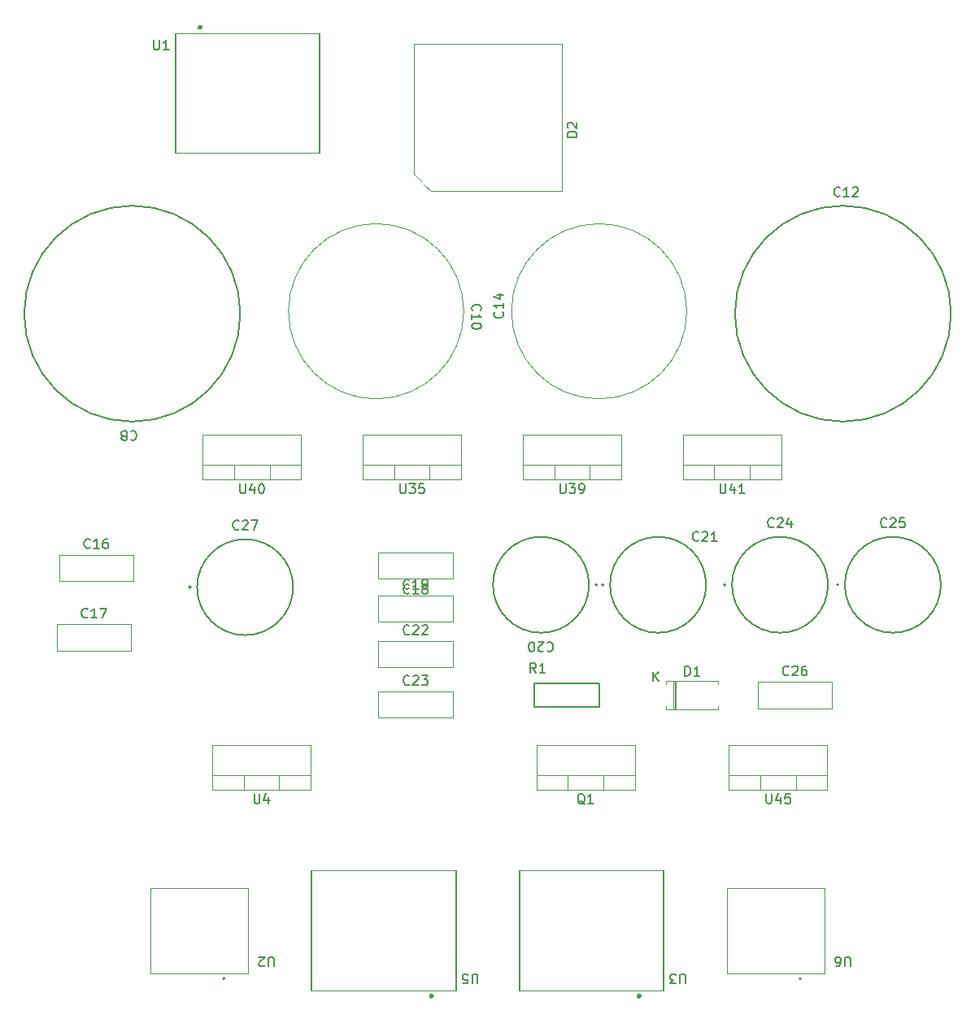
<source format=gbr>
%TF.GenerationSoftware,KiCad,Pcbnew,(6.0.0)*%
%TF.CreationDate,2022-01-23T17:01:15-03:00*%
%TF.ProjectId,Circuito fuente,43697263-7569-4746-9f20-6675656e7465,V02*%
%TF.SameCoordinates,Original*%
%TF.FileFunction,Legend,Top*%
%TF.FilePolarity,Positive*%
%FSLAX46Y46*%
G04 Gerber Fmt 4.6, Leading zero omitted, Abs format (unit mm)*
G04 Created by KiCad (PCBNEW (6.0.0)) date 2022-01-23 17:01:15*
%MOMM*%
%LPD*%
G01*
G04 APERTURE LIST*
%ADD10C,0.150000*%
%ADD11C,0.120000*%
%ADD12C,0.127000*%
%ADD13C,0.500000*%
%ADD14C,0.100000*%
%ADD15C,0.200000*%
G04 APERTURE END LIST*
D10*
%TO.C,U3*%
X168571404Y-126297619D02*
X168571404Y-125488095D01*
X168523785Y-125392857D01*
X168476166Y-125345238D01*
X168380928Y-125297619D01*
X168190452Y-125297619D01*
X168095214Y-125345238D01*
X168047595Y-125392857D01*
X167999976Y-125488095D01*
X167999976Y-126297619D01*
X167619023Y-126297619D02*
X166999976Y-126297619D01*
X167333309Y-125916666D01*
X167190452Y-125916666D01*
X167095214Y-125869047D01*
X167047595Y-125821428D01*
X166999976Y-125726190D01*
X166999976Y-125488095D01*
X167047595Y-125392857D01*
X167095214Y-125345238D01*
X167190452Y-125297619D01*
X167476166Y-125297619D01*
X167571404Y-125345238D01*
X167619023Y-125392857D01*
%TO.C,U5*%
X146952404Y-126297619D02*
X146952404Y-125488095D01*
X146904785Y-125392857D01*
X146857166Y-125345238D01*
X146761928Y-125297619D01*
X146571452Y-125297619D01*
X146476214Y-125345238D01*
X146428595Y-125392857D01*
X146380976Y-125488095D01*
X146380976Y-126297619D01*
X145428595Y-126297619D02*
X145904785Y-126297619D01*
X145952404Y-125821428D01*
X145904785Y-125869047D01*
X145809547Y-125916666D01*
X145571452Y-125916666D01*
X145476214Y-125869047D01*
X145428595Y-125821428D01*
X145380976Y-125726190D01*
X145380976Y-125488095D01*
X145428595Y-125392857D01*
X145476214Y-125345238D01*
X145571452Y-125297619D01*
X145809547Y-125297619D01*
X145904785Y-125345238D01*
X145952404Y-125392857D01*
%TO.C,C14*%
X149551474Y-56324857D02*
X149599093Y-56372476D01*
X149646712Y-56515333D01*
X149646712Y-56610571D01*
X149599093Y-56753428D01*
X149503855Y-56848666D01*
X149408617Y-56896285D01*
X149218141Y-56943904D01*
X149075284Y-56943904D01*
X148884808Y-56896285D01*
X148789570Y-56848666D01*
X148694332Y-56753428D01*
X148646712Y-56610571D01*
X148646712Y-56515333D01*
X148694332Y-56372476D01*
X148741951Y-56324857D01*
X149646712Y-55372476D02*
X149646712Y-55943904D01*
X149646712Y-55658190D02*
X148646712Y-55658190D01*
X148789570Y-55753428D01*
X148884808Y-55848666D01*
X148932427Y-55943904D01*
X148980046Y-54515333D02*
X149646712Y-54515333D01*
X148599093Y-54753428D02*
X149313379Y-54991523D01*
X149313379Y-54372476D01*
%TO.C,C10*%
X146448523Y-56175142D02*
X146400904Y-56127523D01*
X146353285Y-55984666D01*
X146353285Y-55889428D01*
X146400904Y-55746571D01*
X146496142Y-55651333D01*
X146591380Y-55603714D01*
X146781856Y-55556095D01*
X146924713Y-55556095D01*
X147115189Y-55603714D01*
X147210427Y-55651333D01*
X147305666Y-55746571D01*
X147353285Y-55889428D01*
X147353285Y-55984666D01*
X147305666Y-56127523D01*
X147258046Y-56175142D01*
X146353285Y-57127523D02*
X146353285Y-56556095D01*
X146353285Y-56841809D02*
X147353285Y-56841809D01*
X147210427Y-56746571D01*
X147115189Y-56651333D01*
X147067570Y-56556095D01*
X147353285Y-57746571D02*
X147353285Y-57841809D01*
X147305666Y-57937047D01*
X147258046Y-57984666D01*
X147162808Y-58032285D01*
X146972332Y-58079904D01*
X146734237Y-58079904D01*
X146543761Y-58032285D01*
X146448523Y-57984666D01*
X146400904Y-57937047D01*
X146353285Y-57841809D01*
X146353285Y-57746571D01*
X146400904Y-57651333D01*
X146448523Y-57603714D01*
X146543761Y-57556095D01*
X146734237Y-57508476D01*
X146972332Y-57508476D01*
X147162808Y-57556095D01*
X147258046Y-57603714D01*
X147305666Y-57651333D01*
X147353285Y-57746571D01*
%TO.C,R1*%
X153035333Y-93908380D02*
X152702000Y-93432190D01*
X152463904Y-93908380D02*
X152463904Y-92908380D01*
X152844857Y-92908380D01*
X152940095Y-92956000D01*
X152987714Y-93003619D01*
X153035333Y-93098857D01*
X153035333Y-93241714D01*
X152987714Y-93336952D01*
X152940095Y-93384571D01*
X152844857Y-93432190D01*
X152463904Y-93432190D01*
X153987714Y-93908380D02*
X153416285Y-93908380D01*
X153702000Y-93908380D02*
X153702000Y-92908380D01*
X153606761Y-93051238D01*
X153511523Y-93146476D01*
X153416285Y-93194095D01*
%TO.C,C24*%
X177800392Y-78687142D02*
X177752773Y-78734761D01*
X177609916Y-78782380D01*
X177514678Y-78782380D01*
X177371821Y-78734761D01*
X177276583Y-78639523D01*
X177228964Y-78544285D01*
X177181345Y-78353809D01*
X177181345Y-78210952D01*
X177228964Y-78020476D01*
X177276583Y-77925238D01*
X177371821Y-77830000D01*
X177514678Y-77782380D01*
X177609916Y-77782380D01*
X177752773Y-77830000D01*
X177800392Y-77877619D01*
X178181345Y-77877619D02*
X178228964Y-77830000D01*
X178324202Y-77782380D01*
X178562297Y-77782380D01*
X178657535Y-77830000D01*
X178705154Y-77877619D01*
X178752773Y-77972857D01*
X178752773Y-78068095D01*
X178705154Y-78210952D01*
X178133726Y-78782380D01*
X178752773Y-78782380D01*
X179609916Y-78115714D02*
X179609916Y-78782380D01*
X179371821Y-77734761D02*
X179133726Y-78449047D01*
X179752773Y-78449047D01*
%TO.C,C21*%
X169970642Y-80107142D02*
X169923023Y-80154761D01*
X169780166Y-80202380D01*
X169684928Y-80202380D01*
X169542071Y-80154761D01*
X169446833Y-80059523D01*
X169399214Y-79964285D01*
X169351595Y-79773809D01*
X169351595Y-79630952D01*
X169399214Y-79440476D01*
X169446833Y-79345238D01*
X169542071Y-79250000D01*
X169684928Y-79202380D01*
X169780166Y-79202380D01*
X169923023Y-79250000D01*
X169970642Y-79297619D01*
X170351595Y-79297619D02*
X170399214Y-79250000D01*
X170494452Y-79202380D01*
X170732547Y-79202380D01*
X170827785Y-79250000D01*
X170875404Y-79297619D01*
X170923023Y-79392857D01*
X170923023Y-79488095D01*
X170875404Y-79630952D01*
X170303976Y-80202380D01*
X170923023Y-80202380D01*
X171875404Y-80202380D02*
X171303976Y-80202380D01*
X171589690Y-80202380D02*
X171589690Y-79202380D01*
X171494452Y-79345238D01*
X171399214Y-79440476D01*
X171303976Y-79488095D01*
%TO.C,C20*%
X154199607Y-90812857D02*
X154247226Y-90765238D01*
X154390083Y-90717619D01*
X154485321Y-90717619D01*
X154628178Y-90765238D01*
X154723416Y-90860476D01*
X154771035Y-90955714D01*
X154818654Y-91146190D01*
X154818654Y-91289047D01*
X154771035Y-91479523D01*
X154723416Y-91574761D01*
X154628178Y-91670000D01*
X154485321Y-91717619D01*
X154390083Y-91717619D01*
X154247226Y-91670000D01*
X154199607Y-91622380D01*
X153818654Y-91622380D02*
X153771035Y-91670000D01*
X153675797Y-91717619D01*
X153437702Y-91717619D01*
X153342464Y-91670000D01*
X153294845Y-91622380D01*
X153247226Y-91527142D01*
X153247226Y-91431904D01*
X153294845Y-91289047D01*
X153866273Y-90717619D01*
X153247226Y-90717619D01*
X152628178Y-91717619D02*
X152532940Y-91717619D01*
X152437702Y-91670000D01*
X152390083Y-91622380D01*
X152342464Y-91527142D01*
X152294845Y-91336666D01*
X152294845Y-91098571D01*
X152342464Y-90908095D01*
X152390083Y-90812857D01*
X152437702Y-90765238D01*
X152532940Y-90717619D01*
X152628178Y-90717619D01*
X152723416Y-90765238D01*
X152771035Y-90812857D01*
X152818654Y-90908095D01*
X152866273Y-91098571D01*
X152866273Y-91336666D01*
X152818654Y-91527142D01*
X152771035Y-91622380D01*
X152723416Y-91670000D01*
X152628178Y-91717619D01*
%TO.C,U2*%
X125761904Y-124527272D02*
X125761904Y-123717748D01*
X125714285Y-123622510D01*
X125666666Y-123574891D01*
X125571428Y-123527272D01*
X125380952Y-123527272D01*
X125285714Y-123574891D01*
X125238095Y-123622510D01*
X125190476Y-123717748D01*
X125190476Y-124527272D01*
X124761904Y-124432033D02*
X124714285Y-124479653D01*
X124619047Y-124527272D01*
X124380952Y-124527272D01*
X124285714Y-124479653D01*
X124238095Y-124432033D01*
X124190476Y-124336795D01*
X124190476Y-124241557D01*
X124238095Y-124098700D01*
X124809523Y-123527272D01*
X124190476Y-123527272D01*
%TO.C,U6*%
X185761904Y-124527272D02*
X185761904Y-123717748D01*
X185714285Y-123622510D01*
X185666666Y-123574891D01*
X185571428Y-123527272D01*
X185380952Y-123527272D01*
X185285714Y-123574891D01*
X185238095Y-123622510D01*
X185190476Y-123717748D01*
X185190476Y-124527272D01*
X184285714Y-124527272D02*
X184476190Y-124527272D01*
X184571428Y-124479653D01*
X184619047Y-124432033D01*
X184714285Y-124289176D01*
X184761904Y-124098700D01*
X184761904Y-123717748D01*
X184714285Y-123622510D01*
X184666666Y-123574891D01*
X184571428Y-123527272D01*
X184380952Y-123527272D01*
X184285714Y-123574891D01*
X184238095Y-123622510D01*
X184190476Y-123717748D01*
X184190476Y-123955843D01*
X184238095Y-124051081D01*
X184285714Y-124098700D01*
X184380952Y-124146319D01*
X184571428Y-124146319D01*
X184666666Y-124098700D01*
X184714285Y-124051081D01*
X184761904Y-123955843D01*
%TO.C,U45*%
X177011904Y-106527380D02*
X177011904Y-107336904D01*
X177059523Y-107432142D01*
X177107142Y-107479761D01*
X177202380Y-107527380D01*
X177392857Y-107527380D01*
X177488095Y-107479761D01*
X177535714Y-107432142D01*
X177583333Y-107336904D01*
X177583333Y-106527380D01*
X178488095Y-106860714D02*
X178488095Y-107527380D01*
X178250000Y-106479761D02*
X178011904Y-107194047D01*
X178630952Y-107194047D01*
X179488095Y-106527380D02*
X179011904Y-106527380D01*
X178964285Y-107003571D01*
X179011904Y-106955952D01*
X179107142Y-106908333D01*
X179345238Y-106908333D01*
X179440476Y-106955952D01*
X179488095Y-107003571D01*
X179535714Y-107098809D01*
X179535714Y-107336904D01*
X179488095Y-107432142D01*
X179440476Y-107479761D01*
X179345238Y-107527380D01*
X179107142Y-107527380D01*
X179011904Y-107479761D01*
X178964285Y-107432142D01*
%TO.C,U41*%
X172221904Y-74222380D02*
X172221904Y-75031904D01*
X172269523Y-75127142D01*
X172317142Y-75174761D01*
X172412380Y-75222380D01*
X172602857Y-75222380D01*
X172698095Y-75174761D01*
X172745714Y-75127142D01*
X172793333Y-75031904D01*
X172793333Y-74222380D01*
X173698095Y-74555714D02*
X173698095Y-75222380D01*
X173460000Y-74174761D02*
X173221904Y-74889047D01*
X173840952Y-74889047D01*
X174745714Y-75222380D02*
X174174285Y-75222380D01*
X174460000Y-75222380D02*
X174460000Y-74222380D01*
X174364761Y-74365238D01*
X174269523Y-74460476D01*
X174174285Y-74508095D01*
%TO.C,U40*%
X122221904Y-74222380D02*
X122221904Y-75031904D01*
X122269523Y-75127142D01*
X122317142Y-75174761D01*
X122412380Y-75222380D01*
X122602857Y-75222380D01*
X122698095Y-75174761D01*
X122745714Y-75127142D01*
X122793333Y-75031904D01*
X122793333Y-74222380D01*
X123698095Y-74555714D02*
X123698095Y-75222380D01*
X123460000Y-74174761D02*
X123221904Y-74889047D01*
X123840952Y-74889047D01*
X124412380Y-74222380D02*
X124507619Y-74222380D01*
X124602857Y-74270000D01*
X124650476Y-74317619D01*
X124698095Y-74412857D01*
X124745714Y-74603333D01*
X124745714Y-74841428D01*
X124698095Y-75031904D01*
X124650476Y-75127142D01*
X124602857Y-75174761D01*
X124507619Y-75222380D01*
X124412380Y-75222380D01*
X124317142Y-75174761D01*
X124269523Y-75127142D01*
X124221904Y-75031904D01*
X124174285Y-74841428D01*
X124174285Y-74603333D01*
X124221904Y-74412857D01*
X124269523Y-74317619D01*
X124317142Y-74270000D01*
X124412380Y-74222380D01*
%TO.C,U39*%
X155555236Y-74222380D02*
X155555236Y-75031904D01*
X155602855Y-75127142D01*
X155650474Y-75174761D01*
X155745712Y-75222380D01*
X155936189Y-75222380D01*
X156031427Y-75174761D01*
X156079046Y-75127142D01*
X156126665Y-75031904D01*
X156126665Y-74222380D01*
X156507617Y-74222380D02*
X157126665Y-74222380D01*
X156793332Y-74603333D01*
X156936189Y-74603333D01*
X157031427Y-74650952D01*
X157079046Y-74698571D01*
X157126665Y-74793809D01*
X157126665Y-75031904D01*
X157079046Y-75127142D01*
X157031427Y-75174761D01*
X156936189Y-75222380D01*
X156650474Y-75222380D01*
X156555236Y-75174761D01*
X156507617Y-75127142D01*
X157602855Y-75222380D02*
X157793332Y-75222380D01*
X157888570Y-75174761D01*
X157936189Y-75127142D01*
X158031427Y-74984285D01*
X158079046Y-74793809D01*
X158079046Y-74412857D01*
X158031427Y-74317619D01*
X157983808Y-74270000D01*
X157888570Y-74222380D01*
X157698093Y-74222380D01*
X157602855Y-74270000D01*
X157555236Y-74317619D01*
X157507617Y-74412857D01*
X157507617Y-74650952D01*
X157555236Y-74746190D01*
X157602855Y-74793809D01*
X157698093Y-74841428D01*
X157888570Y-74841428D01*
X157983808Y-74793809D01*
X158031427Y-74746190D01*
X158079046Y-74650952D01*
%TO.C,U35*%
X138888570Y-74222380D02*
X138888570Y-75031904D01*
X138936189Y-75127142D01*
X138983808Y-75174761D01*
X139079046Y-75222380D01*
X139269523Y-75222380D01*
X139364761Y-75174761D01*
X139412380Y-75127142D01*
X139459999Y-75031904D01*
X139459999Y-74222380D01*
X139840951Y-74222380D02*
X140459999Y-74222380D01*
X140126666Y-74603333D01*
X140269523Y-74603333D01*
X140364761Y-74650952D01*
X140412380Y-74698571D01*
X140459999Y-74793809D01*
X140459999Y-75031904D01*
X140412380Y-75127142D01*
X140364761Y-75174761D01*
X140269523Y-75222380D01*
X139983808Y-75222380D01*
X139888570Y-75174761D01*
X139840951Y-75127142D01*
X141364761Y-74222380D02*
X140888570Y-74222380D01*
X140840951Y-74698571D01*
X140888570Y-74650952D01*
X140983808Y-74603333D01*
X141221904Y-74603333D01*
X141317142Y-74650952D01*
X141364761Y-74698571D01*
X141412380Y-74793809D01*
X141412380Y-75031904D01*
X141364761Y-75127142D01*
X141317142Y-75174761D01*
X141221904Y-75222380D01*
X140983808Y-75222380D01*
X140888570Y-75174761D01*
X140840951Y-75127142D01*
%TO.C,U4*%
X123698095Y-106527380D02*
X123698095Y-107336904D01*
X123745714Y-107432142D01*
X123793333Y-107479761D01*
X123888571Y-107527380D01*
X124079047Y-107527380D01*
X124174285Y-107479761D01*
X124221904Y-107432142D01*
X124269523Y-107336904D01*
X124269523Y-106527380D01*
X125174285Y-106860714D02*
X125174285Y-107527380D01*
X124936190Y-106479761D02*
X124698095Y-107194047D01*
X125317142Y-107194047D01*
%TO.C,U1*%
X113238095Y-28002380D02*
X113238095Y-28811904D01*
X113285714Y-28907142D01*
X113333333Y-28954761D01*
X113428571Y-29002380D01*
X113619047Y-29002380D01*
X113714285Y-28954761D01*
X113761904Y-28907142D01*
X113809523Y-28811904D01*
X113809523Y-28002380D01*
X114809523Y-29002380D02*
X114238095Y-29002380D01*
X114523809Y-29002380D02*
X114523809Y-28002380D01*
X114428571Y-28145238D01*
X114333333Y-28240476D01*
X114238095Y-28288095D01*
%TO.C,Q1*%
X158114761Y-107622619D02*
X158019523Y-107575000D01*
X157924285Y-107479761D01*
X157781428Y-107336904D01*
X157686190Y-107289285D01*
X157590952Y-107289285D01*
X157638571Y-107527380D02*
X157543333Y-107479761D01*
X157448095Y-107384523D01*
X157400476Y-107194047D01*
X157400476Y-106860714D01*
X157448095Y-106670238D01*
X157543333Y-106575000D01*
X157638571Y-106527380D01*
X157829047Y-106527380D01*
X157924285Y-106575000D01*
X158019523Y-106670238D01*
X158067142Y-106860714D01*
X158067142Y-107194047D01*
X158019523Y-107384523D01*
X157924285Y-107479761D01*
X157829047Y-107527380D01*
X157638571Y-107527380D01*
X159019523Y-107527380D02*
X158448095Y-107527380D01*
X158733809Y-107527380D02*
X158733809Y-106527380D01*
X158638571Y-106670238D01*
X158543333Y-106765476D01*
X158448095Y-106813095D01*
%TO.C,D2*%
X157302380Y-38088095D02*
X156302380Y-38088095D01*
X156302380Y-37850000D01*
X156350000Y-37707142D01*
X156445238Y-37611904D01*
X156540476Y-37564285D01*
X156730952Y-37516666D01*
X156873809Y-37516666D01*
X157064285Y-37564285D01*
X157159523Y-37611904D01*
X157254761Y-37707142D01*
X157302380Y-37850000D01*
X157302380Y-38088095D01*
X156397619Y-37135714D02*
X156350000Y-37088095D01*
X156302380Y-36992857D01*
X156302380Y-36754761D01*
X156350000Y-36659523D01*
X156397619Y-36611904D01*
X156492857Y-36564285D01*
X156588095Y-36564285D01*
X156730952Y-36611904D01*
X157302380Y-37183333D01*
X157302380Y-36564285D01*
%TO.C,D1*%
X168561904Y-94232380D02*
X168561904Y-93232380D01*
X168800000Y-93232380D01*
X168942857Y-93280000D01*
X169038095Y-93375238D01*
X169085714Y-93470476D01*
X169133333Y-93660952D01*
X169133333Y-93803809D01*
X169085714Y-93994285D01*
X169038095Y-94089523D01*
X168942857Y-94184761D01*
X168800000Y-94232380D01*
X168561904Y-94232380D01*
X170085714Y-94232380D02*
X169514285Y-94232380D01*
X169800000Y-94232380D02*
X169800000Y-93232380D01*
X169704761Y-93375238D01*
X169609523Y-93470476D01*
X169514285Y-93518095D01*
X165228095Y-94802380D02*
X165228095Y-93802380D01*
X165799523Y-94802380D02*
X165370952Y-94230952D01*
X165799523Y-93802380D02*
X165228095Y-94373809D01*
%TO.C,C27*%
X122107142Y-78937142D02*
X122059523Y-78984761D01*
X121916666Y-79032380D01*
X121821428Y-79032380D01*
X121678571Y-78984761D01*
X121583333Y-78889523D01*
X121535714Y-78794285D01*
X121488095Y-78603809D01*
X121488095Y-78460952D01*
X121535714Y-78270476D01*
X121583333Y-78175238D01*
X121678571Y-78080000D01*
X121821428Y-78032380D01*
X121916666Y-78032380D01*
X122059523Y-78080000D01*
X122107142Y-78127619D01*
X122488095Y-78127619D02*
X122535714Y-78080000D01*
X122630952Y-78032380D01*
X122869047Y-78032380D01*
X122964285Y-78080000D01*
X123011904Y-78127619D01*
X123059523Y-78222857D01*
X123059523Y-78318095D01*
X123011904Y-78460952D01*
X122440476Y-79032380D01*
X123059523Y-79032380D01*
X123392857Y-78032380D02*
X124059523Y-78032380D01*
X123630952Y-79032380D01*
%TO.C,C26*%
X179357142Y-94107142D02*
X179309523Y-94154761D01*
X179166666Y-94202380D01*
X179071428Y-94202380D01*
X178928571Y-94154761D01*
X178833333Y-94059523D01*
X178785714Y-93964285D01*
X178738095Y-93773809D01*
X178738095Y-93630952D01*
X178785714Y-93440476D01*
X178833333Y-93345238D01*
X178928571Y-93250000D01*
X179071428Y-93202380D01*
X179166666Y-93202380D01*
X179309523Y-93250000D01*
X179357142Y-93297619D01*
X179738095Y-93297619D02*
X179785714Y-93250000D01*
X179880952Y-93202380D01*
X180119047Y-93202380D01*
X180214285Y-93250000D01*
X180261904Y-93297619D01*
X180309523Y-93392857D01*
X180309523Y-93488095D01*
X180261904Y-93630952D01*
X179690476Y-94202380D01*
X180309523Y-94202380D01*
X181166666Y-93202380D02*
X180976190Y-93202380D01*
X180880952Y-93250000D01*
X180833333Y-93297619D01*
X180738095Y-93440476D01*
X180690476Y-93630952D01*
X180690476Y-94011904D01*
X180738095Y-94107142D01*
X180785714Y-94154761D01*
X180880952Y-94202380D01*
X181071428Y-94202380D01*
X181166666Y-94154761D01*
X181214285Y-94107142D01*
X181261904Y-94011904D01*
X181261904Y-93773809D01*
X181214285Y-93678571D01*
X181166666Y-93630952D01*
X181071428Y-93583333D01*
X180880952Y-93583333D01*
X180785714Y-93630952D01*
X180738095Y-93678571D01*
X180690476Y-93773809D01*
%TO.C,C25*%
X189550392Y-78687142D02*
X189502773Y-78734761D01*
X189359916Y-78782380D01*
X189264678Y-78782380D01*
X189121821Y-78734761D01*
X189026583Y-78639523D01*
X188978964Y-78544285D01*
X188931345Y-78353809D01*
X188931345Y-78210952D01*
X188978964Y-78020476D01*
X189026583Y-77925238D01*
X189121821Y-77830000D01*
X189264678Y-77782380D01*
X189359916Y-77782380D01*
X189502773Y-77830000D01*
X189550392Y-77877619D01*
X189931345Y-77877619D02*
X189978964Y-77830000D01*
X190074202Y-77782380D01*
X190312297Y-77782380D01*
X190407535Y-77830000D01*
X190455154Y-77877619D01*
X190502773Y-77972857D01*
X190502773Y-78068095D01*
X190455154Y-78210952D01*
X189883726Y-78782380D01*
X190502773Y-78782380D01*
X191407535Y-77782380D02*
X190931345Y-77782380D01*
X190883726Y-78258571D01*
X190931345Y-78210952D01*
X191026583Y-78163333D01*
X191264678Y-78163333D01*
X191359916Y-78210952D01*
X191407535Y-78258571D01*
X191455154Y-78353809D01*
X191455154Y-78591904D01*
X191407535Y-78687142D01*
X191359916Y-78734761D01*
X191264678Y-78782380D01*
X191026583Y-78782380D01*
X190931345Y-78734761D01*
X190883726Y-78687142D01*
%TO.C,C23*%
X139857142Y-95107142D02*
X139809523Y-95154761D01*
X139666666Y-95202380D01*
X139571428Y-95202380D01*
X139428571Y-95154761D01*
X139333333Y-95059523D01*
X139285714Y-94964285D01*
X139238095Y-94773809D01*
X139238095Y-94630952D01*
X139285714Y-94440476D01*
X139333333Y-94345238D01*
X139428571Y-94250000D01*
X139571428Y-94202380D01*
X139666666Y-94202380D01*
X139809523Y-94250000D01*
X139857142Y-94297619D01*
X140238095Y-94297619D02*
X140285714Y-94250000D01*
X140380952Y-94202380D01*
X140619047Y-94202380D01*
X140714285Y-94250000D01*
X140761904Y-94297619D01*
X140809523Y-94392857D01*
X140809523Y-94488095D01*
X140761904Y-94630952D01*
X140190476Y-95202380D01*
X140809523Y-95202380D01*
X141142857Y-94202380D02*
X141761904Y-94202380D01*
X141428571Y-94583333D01*
X141571428Y-94583333D01*
X141666666Y-94630952D01*
X141714285Y-94678571D01*
X141761904Y-94773809D01*
X141761904Y-95011904D01*
X141714285Y-95107142D01*
X141666666Y-95154761D01*
X141571428Y-95202380D01*
X141285714Y-95202380D01*
X141190476Y-95154761D01*
X141142857Y-95107142D01*
%TO.C,C22*%
X139857142Y-89857142D02*
X139809523Y-89904761D01*
X139666666Y-89952380D01*
X139571428Y-89952380D01*
X139428571Y-89904761D01*
X139333333Y-89809523D01*
X139285714Y-89714285D01*
X139238095Y-89523809D01*
X139238095Y-89380952D01*
X139285714Y-89190476D01*
X139333333Y-89095238D01*
X139428571Y-89000000D01*
X139571428Y-88952380D01*
X139666666Y-88952380D01*
X139809523Y-89000000D01*
X139857142Y-89047619D01*
X140238095Y-89047619D02*
X140285714Y-89000000D01*
X140380952Y-88952380D01*
X140619047Y-88952380D01*
X140714285Y-89000000D01*
X140761904Y-89047619D01*
X140809523Y-89142857D01*
X140809523Y-89238095D01*
X140761904Y-89380952D01*
X140190476Y-89952380D01*
X140809523Y-89952380D01*
X141190476Y-89047619D02*
X141238095Y-89000000D01*
X141333333Y-88952380D01*
X141571428Y-88952380D01*
X141666666Y-89000000D01*
X141714285Y-89047619D01*
X141761904Y-89142857D01*
X141761904Y-89238095D01*
X141714285Y-89380952D01*
X141142857Y-89952380D01*
X141761904Y-89952380D01*
%TO.C,C19*%
X139857142Y-85107142D02*
X139809523Y-85154761D01*
X139666666Y-85202380D01*
X139571428Y-85202380D01*
X139428571Y-85154761D01*
X139333333Y-85059523D01*
X139285714Y-84964285D01*
X139238095Y-84773809D01*
X139238095Y-84630952D01*
X139285714Y-84440476D01*
X139333333Y-84345238D01*
X139428571Y-84250000D01*
X139571428Y-84202380D01*
X139666666Y-84202380D01*
X139809523Y-84250000D01*
X139857142Y-84297619D01*
X140809523Y-85202380D02*
X140238095Y-85202380D01*
X140523809Y-85202380D02*
X140523809Y-84202380D01*
X140428571Y-84345238D01*
X140333333Y-84440476D01*
X140238095Y-84488095D01*
X141285714Y-85202380D02*
X141476190Y-85202380D01*
X141571428Y-85154761D01*
X141619047Y-85107142D01*
X141714285Y-84964285D01*
X141761904Y-84773809D01*
X141761904Y-84392857D01*
X141714285Y-84297619D01*
X141666666Y-84250000D01*
X141571428Y-84202380D01*
X141380952Y-84202380D01*
X141285714Y-84250000D01*
X141238095Y-84297619D01*
X141190476Y-84392857D01*
X141190476Y-84630952D01*
X141238095Y-84726190D01*
X141285714Y-84773809D01*
X141380952Y-84821428D01*
X141571428Y-84821428D01*
X141666666Y-84773809D01*
X141714285Y-84726190D01*
X141761904Y-84630952D01*
%TO.C,C18*%
X139857142Y-85607142D02*
X139809523Y-85654761D01*
X139666666Y-85702380D01*
X139571428Y-85702380D01*
X139428571Y-85654761D01*
X139333333Y-85559523D01*
X139285714Y-85464285D01*
X139238095Y-85273809D01*
X139238095Y-85130952D01*
X139285714Y-84940476D01*
X139333333Y-84845238D01*
X139428571Y-84750000D01*
X139571428Y-84702380D01*
X139666666Y-84702380D01*
X139809523Y-84750000D01*
X139857142Y-84797619D01*
X140809523Y-85702380D02*
X140238095Y-85702380D01*
X140523809Y-85702380D02*
X140523809Y-84702380D01*
X140428571Y-84845238D01*
X140333333Y-84940476D01*
X140238095Y-84988095D01*
X141380952Y-85130952D02*
X141285714Y-85083333D01*
X141238095Y-85035714D01*
X141190476Y-84940476D01*
X141190476Y-84892857D01*
X141238095Y-84797619D01*
X141285714Y-84750000D01*
X141380952Y-84702380D01*
X141571428Y-84702380D01*
X141666666Y-84750000D01*
X141714285Y-84797619D01*
X141761904Y-84892857D01*
X141761904Y-84940476D01*
X141714285Y-85035714D01*
X141666666Y-85083333D01*
X141571428Y-85130952D01*
X141380952Y-85130952D01*
X141285714Y-85178571D01*
X141238095Y-85226190D01*
X141190476Y-85321428D01*
X141190476Y-85511904D01*
X141238095Y-85607142D01*
X141285714Y-85654761D01*
X141380952Y-85702380D01*
X141571428Y-85702380D01*
X141666666Y-85654761D01*
X141714285Y-85607142D01*
X141761904Y-85511904D01*
X141761904Y-85321428D01*
X141714285Y-85226190D01*
X141666666Y-85178571D01*
X141571428Y-85130952D01*
%TO.C,C17*%
X106357142Y-88107142D02*
X106309523Y-88154761D01*
X106166666Y-88202380D01*
X106071428Y-88202380D01*
X105928571Y-88154761D01*
X105833333Y-88059523D01*
X105785714Y-87964285D01*
X105738095Y-87773809D01*
X105738095Y-87630952D01*
X105785714Y-87440476D01*
X105833333Y-87345238D01*
X105928571Y-87250000D01*
X106071428Y-87202380D01*
X106166666Y-87202380D01*
X106309523Y-87250000D01*
X106357142Y-87297619D01*
X107309523Y-88202380D02*
X106738095Y-88202380D01*
X107023809Y-88202380D02*
X107023809Y-87202380D01*
X106928571Y-87345238D01*
X106833333Y-87440476D01*
X106738095Y-87488095D01*
X107642857Y-87202380D02*
X108309523Y-87202380D01*
X107880952Y-88202380D01*
%TO.C,C16*%
X106607142Y-80857142D02*
X106559523Y-80904761D01*
X106416666Y-80952380D01*
X106321428Y-80952380D01*
X106178571Y-80904761D01*
X106083333Y-80809523D01*
X106035714Y-80714285D01*
X105988095Y-80523809D01*
X105988095Y-80380952D01*
X106035714Y-80190476D01*
X106083333Y-80095238D01*
X106178571Y-80000000D01*
X106321428Y-79952380D01*
X106416666Y-79952380D01*
X106559523Y-80000000D01*
X106607142Y-80047619D01*
X107559523Y-80952380D02*
X106988095Y-80952380D01*
X107273809Y-80952380D02*
X107273809Y-79952380D01*
X107178571Y-80095238D01*
X107083333Y-80190476D01*
X106988095Y-80238095D01*
X108416666Y-79952380D02*
X108226190Y-79952380D01*
X108130952Y-80000000D01*
X108083333Y-80047619D01*
X107988095Y-80190476D01*
X107940476Y-80380952D01*
X107940476Y-80761904D01*
X107988095Y-80857142D01*
X108035714Y-80904761D01*
X108130952Y-80952380D01*
X108321428Y-80952380D01*
X108416666Y-80904761D01*
X108464285Y-80857142D01*
X108511904Y-80761904D01*
X108511904Y-80523809D01*
X108464285Y-80428571D01*
X108416666Y-80380952D01*
X108321428Y-80333333D01*
X108130952Y-80333333D01*
X108035714Y-80380952D01*
X107988095Y-80428571D01*
X107940476Y-80523809D01*
%TO.C,C12*%
X184687142Y-44207142D02*
X184639523Y-44254761D01*
X184496666Y-44302380D01*
X184401428Y-44302380D01*
X184258571Y-44254761D01*
X184163333Y-44159523D01*
X184115714Y-44064285D01*
X184068095Y-43873809D01*
X184068095Y-43730952D01*
X184115714Y-43540476D01*
X184163333Y-43445238D01*
X184258571Y-43350000D01*
X184401428Y-43302380D01*
X184496666Y-43302380D01*
X184639523Y-43350000D01*
X184687142Y-43397619D01*
X185639523Y-44302380D02*
X185068095Y-44302380D01*
X185353809Y-44302380D02*
X185353809Y-43302380D01*
X185258571Y-43445238D01*
X185163333Y-43540476D01*
X185068095Y-43588095D01*
X186020476Y-43397619D02*
X186068095Y-43350000D01*
X186163333Y-43302380D01*
X186401428Y-43302380D01*
X186496666Y-43350000D01*
X186544285Y-43397619D01*
X186591904Y-43492857D01*
X186591904Y-43588095D01*
X186544285Y-43730952D01*
X185972857Y-44302380D01*
X186591904Y-44302380D01*
%TO.C,C8*%
X110836666Y-68792857D02*
X110884285Y-68745238D01*
X111027142Y-68697619D01*
X111122380Y-68697619D01*
X111265238Y-68745238D01*
X111360476Y-68840476D01*
X111408095Y-68935714D01*
X111455714Y-69126190D01*
X111455714Y-69269047D01*
X111408095Y-69459523D01*
X111360476Y-69554761D01*
X111265238Y-69650000D01*
X111122380Y-69697619D01*
X111027142Y-69697619D01*
X110884285Y-69650000D01*
X110836666Y-69602380D01*
X110265238Y-69269047D02*
X110360476Y-69316666D01*
X110408095Y-69364285D01*
X110455714Y-69459523D01*
X110455714Y-69507142D01*
X110408095Y-69602380D01*
X110360476Y-69650000D01*
X110265238Y-69697619D01*
X110074761Y-69697619D01*
X109979523Y-69650000D01*
X109931904Y-69602380D01*
X109884285Y-69507142D01*
X109884285Y-69459523D01*
X109931904Y-69364285D01*
X109979523Y-69316666D01*
X110074761Y-69269047D01*
X110265238Y-69269047D01*
X110360476Y-69221428D01*
X110408095Y-69173809D01*
X110455714Y-69078571D01*
X110455714Y-68888095D01*
X110408095Y-68792857D01*
X110360476Y-68745238D01*
X110265238Y-68697619D01*
X110074761Y-68697619D01*
X109979523Y-68745238D01*
X109931904Y-68792857D01*
X109884285Y-68888095D01*
X109884285Y-69078571D01*
X109931904Y-69173809D01*
X109979523Y-69221428D01*
X110074761Y-69269047D01*
D11*
%TO.C,U3*%
X166309500Y-127000000D02*
X151309500Y-127000000D01*
X166309500Y-114500000D02*
X151309500Y-114500000D01*
D12*
X151309500Y-127000000D02*
X151309500Y-114500000D01*
X166309500Y-127000000D02*
X166309500Y-114500000D01*
D13*
X163784500Y-127600000D02*
G75*
G03*
X163784500Y-127600000I-25000J0D01*
G01*
%TO.C,U5*%
X142165500Y-127600000D02*
G75*
G03*
X142165500Y-127600000I-25000J0D01*
G01*
D12*
X144690500Y-127000000D02*
X144690500Y-114500000D01*
X129690500Y-127000000D02*
X129690500Y-114500000D01*
D11*
X144690500Y-114500000D02*
X129690500Y-114500000D01*
X144690500Y-127000000D02*
X129690500Y-127000000D01*
D14*
%TO.C,C14*%
X168733332Y-56250000D02*
G75*
G03*
X168733332Y-56250000I-9125000J0D01*
G01*
%TO.C,C10*%
X145516666Y-56250000D02*
G75*
G03*
X145516666Y-56250000I-9125000J0D01*
G01*
D12*
%TO.C,R1*%
X152850000Y-95000000D02*
X152850000Y-97500000D01*
X152850000Y-97500000D02*
X159650000Y-97500000D01*
X152850000Y-95000000D02*
X159650000Y-95000000D01*
X159650000Y-95000000D02*
X159650000Y-97500000D01*
%TO.C,C24*%
X183443250Y-84750000D02*
G75*
G03*
X183443250Y-84750000I-5000000J0D01*
G01*
D15*
X172793250Y-84750000D02*
G75*
G03*
X172793250Y-84750000I-100000J0D01*
G01*
%TO.C,C21*%
X160100000Y-84750000D02*
G75*
G03*
X160100000Y-84750000I-100000J0D01*
G01*
D12*
X170750000Y-84750000D02*
G75*
G03*
X170750000Y-84750000I-5000000J0D01*
G01*
D15*
%TO.C,C20*%
X159406750Y-84750000D02*
G75*
G03*
X159406750Y-84750000I-100000J0D01*
G01*
D12*
X158556750Y-84750000D02*
G75*
G03*
X158556750Y-84750000I-5000000J0D01*
G01*
D11*
%TO.C,U2*%
X123075000Y-125281653D02*
X112925000Y-125281653D01*
X112925000Y-125281653D02*
X112925000Y-116389653D01*
X112925000Y-116389653D02*
X123075000Y-116389653D01*
X123075000Y-116389653D02*
X123075000Y-125281653D01*
D15*
X120642195Y-125789653D02*
G75*
G03*
X120642195Y-125789653I-92195J0D01*
G01*
D11*
%TO.C,U6*%
X183075000Y-125281653D02*
X172925000Y-125281653D01*
X172925000Y-125281653D02*
X172925000Y-116389653D01*
X172925000Y-116389653D02*
X183075000Y-116389653D01*
X183075000Y-116389653D02*
X183075000Y-125281653D01*
D15*
X180642195Y-125789653D02*
G75*
G03*
X180642195Y-125789653I-92195J0D01*
G01*
D11*
%TO.C,U45*%
X176399000Y-106075000D02*
X176399000Y-104565000D01*
X180100000Y-106075000D02*
X180100000Y-104565000D01*
X183370000Y-104565000D02*
X173130000Y-104565000D01*
X173130000Y-106075000D02*
X173130000Y-101434000D01*
X183370000Y-106075000D02*
X183370000Y-101434000D01*
X183370000Y-101434000D02*
X173130000Y-101434000D01*
X183370000Y-106075000D02*
X173130000Y-106075000D01*
%TO.C,U41*%
X178580000Y-73770000D02*
X168340000Y-73770000D01*
X178580000Y-69129000D02*
X168340000Y-69129000D01*
X178580000Y-73770000D02*
X178580000Y-69129000D01*
X168340000Y-73770000D02*
X168340000Y-69129000D01*
X178580000Y-72260000D02*
X168340000Y-72260000D01*
X175310000Y-73770000D02*
X175310000Y-72260000D01*
X171609000Y-73770000D02*
X171609000Y-72260000D01*
%TO.C,U40*%
X128580000Y-73770000D02*
X118340000Y-73770000D01*
X128580000Y-69129000D02*
X118340000Y-69129000D01*
X128580000Y-73770000D02*
X128580000Y-69129000D01*
X118340000Y-73770000D02*
X118340000Y-69129000D01*
X128580000Y-72260000D02*
X118340000Y-72260000D01*
X125310000Y-73770000D02*
X125310000Y-72260000D01*
X121609000Y-73770000D02*
X121609000Y-72260000D01*
%TO.C,U39*%
X154942332Y-73770000D02*
X154942332Y-72260000D01*
X158643332Y-73770000D02*
X158643332Y-72260000D01*
X161913332Y-72260000D02*
X151673332Y-72260000D01*
X151673332Y-73770000D02*
X151673332Y-69129000D01*
X161913332Y-73770000D02*
X161913332Y-69129000D01*
X161913332Y-69129000D02*
X151673332Y-69129000D01*
X161913332Y-73770000D02*
X151673332Y-73770000D01*
%TO.C,U35*%
X138275666Y-73770000D02*
X138275666Y-72260000D01*
X141976666Y-73770000D02*
X141976666Y-72260000D01*
X145246666Y-72260000D02*
X135006666Y-72260000D01*
X135006666Y-73770000D02*
X135006666Y-69129000D01*
X145246666Y-73770000D02*
X145246666Y-69129000D01*
X145246666Y-69129000D02*
X135006666Y-69129000D01*
X145246666Y-73770000D02*
X135006666Y-73770000D01*
%TO.C,U4*%
X122609000Y-106075000D02*
X122609000Y-104565000D01*
X126310000Y-106075000D02*
X126310000Y-104565000D01*
X129580000Y-104565000D02*
X119340000Y-104565000D01*
X119340000Y-106075000D02*
X119340000Y-101434000D01*
X129580000Y-106075000D02*
X129580000Y-101434000D01*
X129580000Y-101434000D02*
X119340000Y-101434000D01*
X129580000Y-106075000D02*
X119340000Y-106075000D01*
%TO.C,U1*%
X115500000Y-27250000D02*
X130500000Y-27250000D01*
X115500000Y-39750000D02*
X130500000Y-39750000D01*
D12*
X130500000Y-27250000D02*
X130500000Y-39750000D01*
X115500000Y-27250000D02*
X115500000Y-39750000D01*
D13*
X118075000Y-26650000D02*
G75*
G03*
X118075000Y-26650000I-25000J0D01*
G01*
D11*
%TO.C,Q1*%
X156359000Y-106075000D02*
X156359000Y-104565000D01*
X160060000Y-106075000D02*
X160060000Y-104565000D01*
X163330000Y-104565000D02*
X153090000Y-104565000D01*
X153090000Y-106075000D02*
X153090000Y-101434000D01*
X163330000Y-106075000D02*
X163330000Y-101434000D01*
X163330000Y-101434000D02*
X153090000Y-101434000D01*
X163330000Y-106075000D02*
X153090000Y-106075000D01*
%TO.C,D2*%
X155700000Y-43750000D02*
X142100000Y-43750000D01*
X155700000Y-28350000D02*
X155700000Y-43750000D01*
X140300000Y-28350000D02*
X155700000Y-28350000D01*
X140300000Y-41950000D02*
X140300000Y-28350000D01*
X141050000Y-42700000D02*
X140300000Y-41950000D01*
X142100000Y-43750000D02*
X141350000Y-43000000D01*
%TO.C,D1*%
X166580000Y-95110000D02*
X166580000Y-94780000D01*
X166580000Y-94780000D02*
X172020000Y-94780000D01*
X172020000Y-94780000D02*
X172020000Y-95110000D01*
X166580000Y-97390000D02*
X166580000Y-97720000D01*
X166580000Y-97720000D02*
X172020000Y-97720000D01*
X172020000Y-97720000D02*
X172020000Y-97390000D01*
X167480000Y-94780000D02*
X167480000Y-97720000D01*
X167600000Y-94780000D02*
X167600000Y-97720000D01*
X167360000Y-94780000D02*
X167360000Y-97720000D01*
D15*
%TO.C,C27*%
X117100000Y-85000000D02*
G75*
G03*
X117100000Y-85000000I-100000J0D01*
G01*
D12*
X127750000Y-85000000D02*
G75*
G03*
X127750000Y-85000000I-5000000J0D01*
G01*
D11*
%TO.C,C26*%
X176130000Y-94880000D02*
X183870000Y-94880000D01*
X176130000Y-97620000D02*
X183870000Y-97620000D01*
X176130000Y-94880000D02*
X176130000Y-97620000D01*
X183870000Y-94880000D02*
X183870000Y-97620000D01*
D15*
%TO.C,C25*%
X184543250Y-84750000D02*
G75*
G03*
X184543250Y-84750000I-100000J0D01*
G01*
D12*
X195193250Y-84750000D02*
G75*
G03*
X195193250Y-84750000I-5000000J0D01*
G01*
D11*
%TO.C,C23*%
X144370000Y-95880000D02*
X144370000Y-98620000D01*
X136630000Y-95880000D02*
X136630000Y-98620000D01*
X136630000Y-98620000D02*
X144370000Y-98620000D01*
X136630000Y-95880000D02*
X144370000Y-95880000D01*
%TO.C,C22*%
X144370000Y-90630000D02*
X144370000Y-93370000D01*
X136630000Y-90630000D02*
X136630000Y-93370000D01*
X136630000Y-93370000D02*
X144370000Y-93370000D01*
X136630000Y-90630000D02*
X144370000Y-90630000D01*
%TO.C,C19*%
X144370000Y-85880000D02*
X144370000Y-88620000D01*
X136630000Y-85880000D02*
X136630000Y-88620000D01*
X136630000Y-88620000D02*
X144370000Y-88620000D01*
X136630000Y-85880000D02*
X144370000Y-85880000D01*
%TO.C,C18*%
X144370000Y-84120000D02*
X136630000Y-84120000D01*
X144370000Y-81380000D02*
X136630000Y-81380000D01*
X144370000Y-84120000D02*
X144370000Y-81380000D01*
X136630000Y-84120000D02*
X136630000Y-81380000D01*
%TO.C,C17*%
X110870000Y-88880000D02*
X110870000Y-91620000D01*
X103130000Y-88880000D02*
X103130000Y-91620000D01*
X103130000Y-91620000D02*
X110870000Y-91620000D01*
X103130000Y-88880000D02*
X110870000Y-88880000D01*
%TO.C,C16*%
X103380000Y-81630000D02*
X111120000Y-81630000D01*
X103380000Y-84370000D02*
X111120000Y-84370000D01*
X103380000Y-81630000D02*
X103380000Y-84370000D01*
X111120000Y-81630000D02*
X111120000Y-84370000D01*
D15*
%TO.C,C12*%
X196250000Y-56500000D02*
G75*
G03*
X196250000Y-56500000I-11250000J0D01*
G01*
%TO.C,C8*%
X122250000Y-56500000D02*
G75*
G03*
X122250000Y-56500000I-11250000J0D01*
G01*
%TD*%
M02*

</source>
